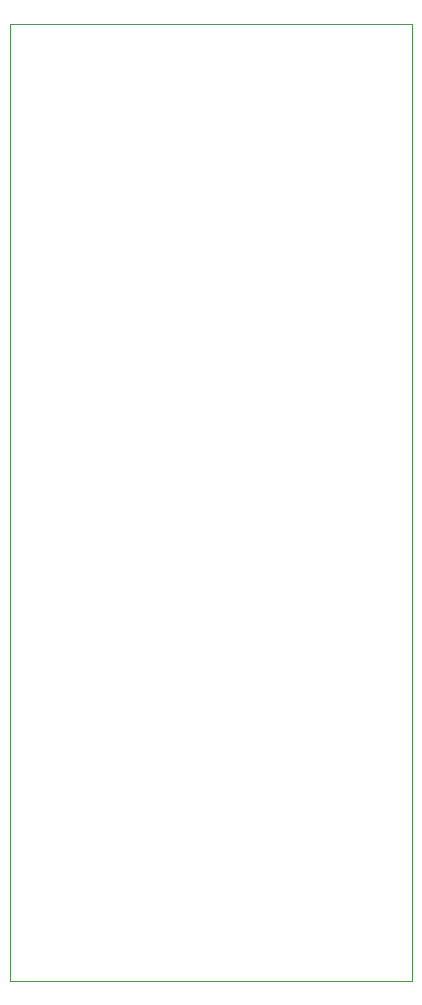
<source format=gbr>
G04 #@! TF.GenerationSoftware,KiCad,Pcbnew,5.1.6-1.fc31*
G04 #@! TF.CreationDate,2020-06-18T16:58:37-04:00*
G04 #@! TF.ProjectId,ChordArrayMain,43686f72-6441-4727-9261-794d61696e2e,rev?*
G04 #@! TF.SameCoordinates,Original*
G04 #@! TF.FileFunction,Profile,NP*
%FSLAX46Y46*%
G04 Gerber Fmt 4.6, Leading zero omitted, Abs format (unit mm)*
G04 Created by KiCad (PCBNEW 5.1.6-1.fc31) date 2020-06-18 16:58:37*
%MOMM*%
%LPD*%
G01*
G04 APERTURE LIST*
G04 #@! TA.AperFunction,Profile*
%ADD10C,0.050000*%
G04 #@! TD*
G04 APERTURE END LIST*
D10*
X100000000Y-32000000D02*
X134000000Y-32000000D01*
X100000000Y-113000000D02*
X100000000Y-32000000D01*
X134000000Y-113000000D02*
X100000000Y-113000000D01*
X134000000Y-113000000D02*
X134000000Y-32000000D01*
M02*

</source>
